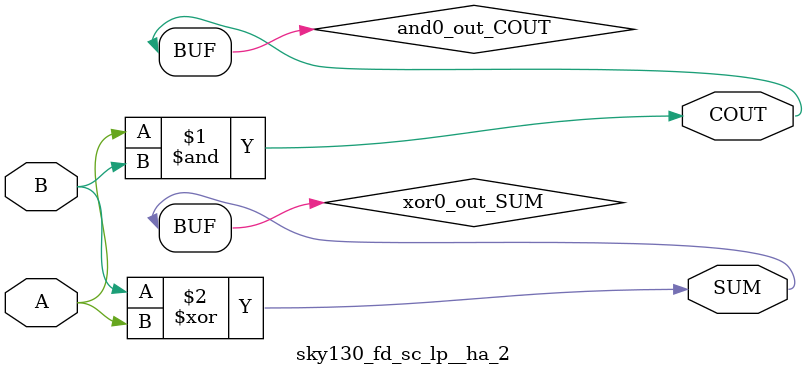
<source format=v>
/*
 * Copyright 2020 The SkyWater PDK Authors
 *
 * Licensed under the Apache License, Version 2.0 (the "License");
 * you may not use this file except in compliance with the License.
 * You may obtain a copy of the License at
 *
 *     https://www.apache.org/licenses/LICENSE-2.0
 *
 * Unless required by applicable law or agreed to in writing, software
 * distributed under the License is distributed on an "AS IS" BASIS,
 * WITHOUT WARRANTIES OR CONDITIONS OF ANY KIND, either express or implied.
 * See the License for the specific language governing permissions and
 * limitations under the License.
 *
 * SPDX-License-Identifier: Apache-2.0
*/


`ifndef SKY130_FD_SC_LP__HA_2_FUNCTIONAL_V
`define SKY130_FD_SC_LP__HA_2_FUNCTIONAL_V

/**
 * ha: Half adder.
 *
 * Verilog simulation functional model.
 */

`timescale 1ns / 1ps
`default_nettype none

`celldefine
module sky130_fd_sc_lp__ha_2 (
    COUT,
    SUM ,
    A   ,
    B
);

    // Module ports
    output COUT;
    output SUM ;
    input  A   ;
    input  B   ;

    // Local signals
    wire and0_out_COUT;
    wire xor0_out_SUM ;

    //  Name  Output         Other arguments
    and and0 (and0_out_COUT, A, B           );
    buf buf0 (COUT         , and0_out_COUT  );
    xor xor0 (xor0_out_SUM , B, A           );
    buf buf1 (SUM          , xor0_out_SUM   );

endmodule
`endcelldefine

`default_nettype wire
`endif  // SKY130_FD_SC_LP__HA_2_FUNCTIONAL_V

</source>
